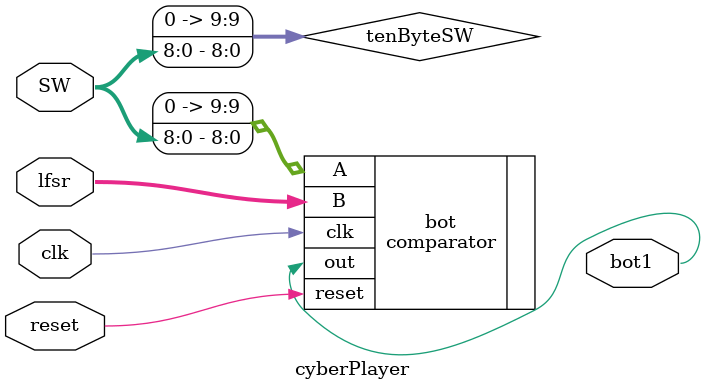
<source format=sv>
module cyberPlayer(clk, reset, SW, lfsr, bot1);
	input logic clk, reset;
	input logic [8:0] SW;
	input logic [9:0] lfsr;
	output logic bot1;
	logic [9:0] tenByteSW;
	assign tenByteSW = {1'b0, SW};
	
	comparator bot(.clk, .reset, .A(tenByteSW), .B(lfsr), .out(bot1));
	
endmodule 
</source>
